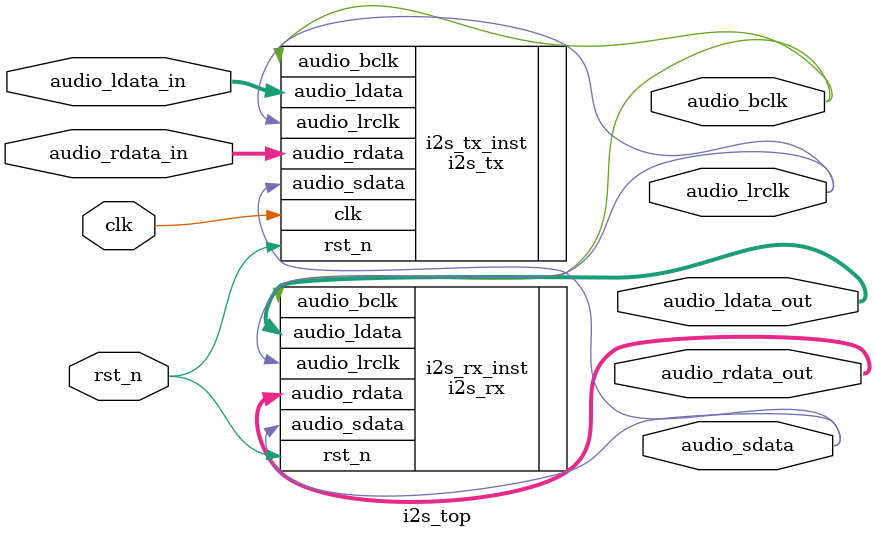
<source format=v>
module i2s_top(
    input clk,
    input rst_n,

    output audio_lrclk,
    output audio_bclk,
    output audio_sdata,

    input [15:0] audio_ldata_in,
    input [15:0] audio_rdata_in,

    output [15:0] audio_ldata_out,
    output [15:0] audio_rdata_out
);

i2s_tx i2s_tx_inst
(
    .clk(clk),
    .rst_n(rst_n),
    .audio_ldata(audio_ldata_in),	
    .audio_rdata(audio_rdata_in),

    .audio_bclk(audio_bclk),
    .audio_lrclk(audio_lrclk),	
    .audio_sdata(audio_sdata)	
);

i2s_rx i2s_rx_inst
(
    .rst_n(rst_n),
    .audio_bclk(audio_bclk),
    .audio_lrclk(audio_lrclk),
    .audio_sdata(audio_sdata),

    .audio_ldata(audio_ldata_out),
    .audio_rdata(audio_rdata_out) 
);

endmodule

</source>
